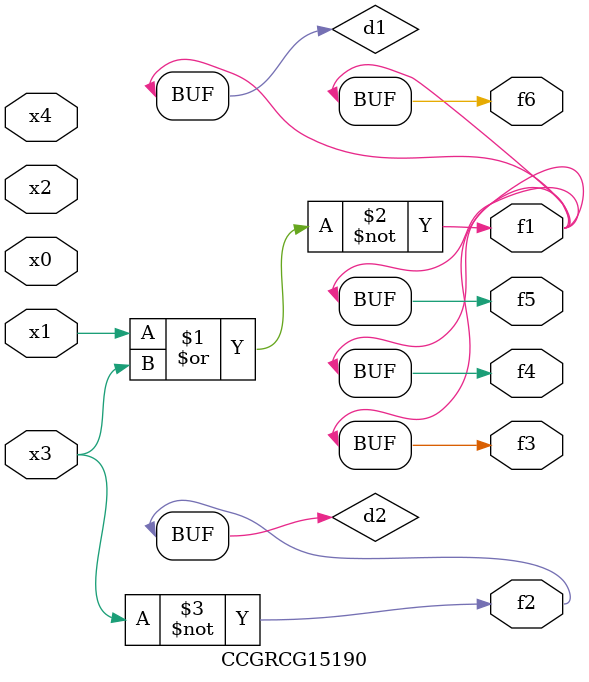
<source format=v>
module CCGRCG15190(
	input x0, x1, x2, x3, x4,
	output f1, f2, f3, f4, f5, f6
);

	wire d1, d2;

	nor (d1, x1, x3);
	not (d2, x3);
	assign f1 = d1;
	assign f2 = d2;
	assign f3 = d1;
	assign f4 = d1;
	assign f5 = d1;
	assign f6 = d1;
endmodule

</source>
